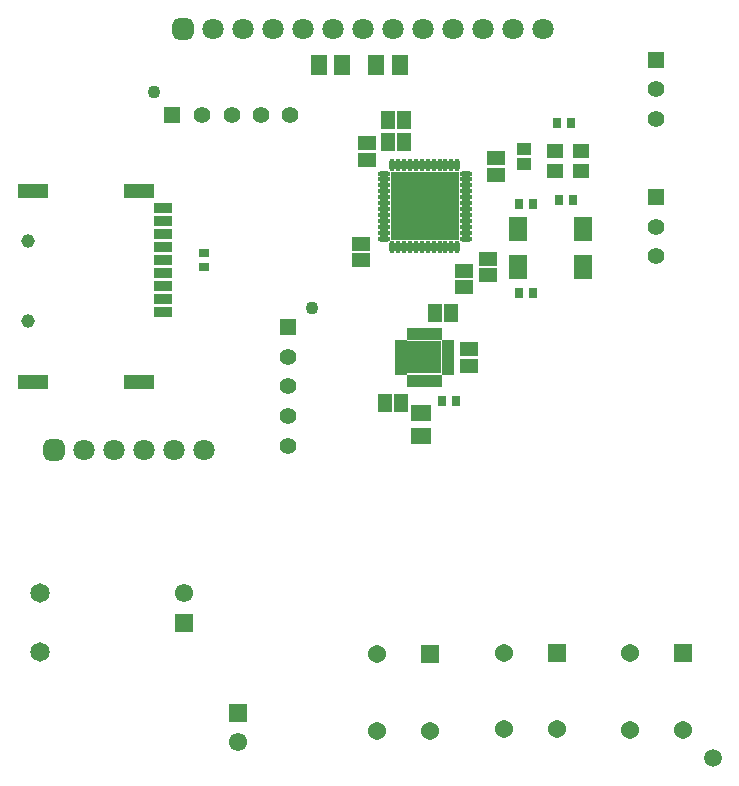
<source format=gts>
%FSLAX23Y23*%
%MOIN*%
%SFA1B1*%

%IPPOS*%
%AMD48*
4,1,8,0.015700,0.035500,-0.015700,0.035500,-0.035500,0.015700,-0.035500,-0.015700,-0.015700,-0.035500,0.015700,-0.035500,0.035500,-0.015700,0.035500,0.015700,0.015700,0.035500,0.0*
1,1,0.039500,0.015700,0.015700*
1,1,0.039500,-0.015700,0.015700*
1,1,0.039500,-0.015700,-0.015700*
1,1,0.039500,0.015700,-0.015700*
%
%ADD19R,0.029530X0.035430*%
%ADD20R,0.055120X0.047240*%
%ADD31R,0.035430X0.029530*%
%ADD33R,0.055240X0.065090*%
%ADD34R,0.051310X0.061150*%
%ADD35R,0.059180X0.082800*%
%ADD36R,0.061150X0.051310*%
%ADD37R,0.063120X0.032410*%
%ADD38R,0.102490X0.051310*%
%ADD39R,0.228470X0.228470*%
%ADD40O,0.017840X0.043430*%
%ADD41O,0.043430X0.017840*%
%ADD42R,0.045400X0.039500*%
%ADD43R,0.039500X0.021780*%
%ADD44R,0.021780X0.041470*%
%ADD45R,0.114300X0.110360*%
%ADD46R,0.065090X0.055240*%
%ADD47C,0.070990*%
G04~CAMADD=48~8~0.0~0.0~709.9~709.9~197.5~0.0~15~0.0~0.0~0.0~0.0~0~0.0~0.0~0.0~0.0~0~0.0~0.0~0.0~0.0~709.9~709.9*
%ADD48D48*%
%ADD49C,0.060630*%
%ADD50R,0.060630X0.060630*%
%ADD51R,0.055120X0.055120*%
%ADD52C,0.055120*%
%ADD53C,0.043310*%
%ADD54C,0.065090*%
%ADD55R,0.055120X0.055120*%
%ADD56R,0.061020X0.061020*%
%ADD57C,0.061020*%
%ADD58C,0.045400*%
%ADD59C,0.059060*%
%LNmtb_telemetry_system_pcb-1*%
%LPD*%
G54D19*
X5793Y3870D03*
X5746D03*
X5658Y3854D03*
X5611D03*
X5612Y3558D03*
X5659D03*
X5356Y3199D03*
X5403D03*
X5787Y4126D03*
X5740D03*
G54D20*
X5818Y4033D03*
Y3966D03*
X5731D03*
Y4033D03*
G54D31*
X4563Y3693D03*
Y3646D03*
G54D33*
X5023Y4317D03*
X4944D03*
X5215Y4319D03*
X5136D03*
G54D34*
X5174Y4134D03*
X5229D03*
X5164Y3193D03*
X5219D03*
X5174Y4062D03*
X5229D03*
X5386Y3491D03*
X5331D03*
G54D35*
X5826Y3646D03*
Y3772D03*
X5610Y3646D03*
Y3772D03*
G54D36*
X5428Y3578D03*
Y3633D03*
X5534Y4008D03*
Y3953D03*
X5446Y3371D03*
Y3316D03*
X5509Y3617D03*
Y3672D03*
X5105Y4058D03*
Y4003D03*
X5087Y3668D03*
Y3723D03*
G54D37*
X4425Y3496D03*
Y3540D03*
Y3583D03*
Y3626D03*
Y3670D03*
Y3713D03*
Y3756D03*
Y3800D03*
Y3843D03*
G54D38*
X3992Y3897D03*
X4347D03*
Y3261D03*
X3992D03*
G54D39*
X5298Y3848D03*
G54D40*
X5407Y3712D03*
X5387D03*
X5367D03*
X5348D03*
X5328D03*
X5308D03*
X5288D03*
X5269D03*
X5249D03*
X5229D03*
X5210D03*
X5190D03*
Y3984D03*
X5210D03*
X5229D03*
X5249D03*
X5269D03*
X5288D03*
X5308D03*
X5328D03*
X5348D03*
X5367D03*
X5387D03*
X5407D03*
G54D41*
X5163Y3740D03*
Y3759D03*
Y3779D03*
Y3799D03*
Y3818D03*
Y3838D03*
Y3858D03*
Y3878D03*
Y3897D03*
Y3917D03*
Y3937D03*
Y3956D03*
X5434D03*
Y3937D03*
Y3917D03*
Y3897D03*
Y3878D03*
Y3858D03*
Y3838D03*
Y3818D03*
Y3799D03*
Y3779D03*
Y3759D03*
Y3740D03*
G54D42*
X5629Y3988D03*
Y4039D03*
G54D43*
X5218Y3393D03*
Y3373D03*
Y3354D03*
Y3334D03*
Y3314D03*
Y3295D03*
X5376Y3393D03*
Y3373D03*
Y3354D03*
Y3334D03*
Y3314D03*
Y3295D03*
G54D44*
X5248Y3266D03*
X5268D03*
X5287D03*
X5307D03*
X5327D03*
X5346D03*
X5248Y3422D03*
X5268D03*
X5287D03*
X5307D03*
X5327D03*
X5346D03*
G54D45*
X5297Y3344D03*
G54D46*
X5286Y3081D03*
Y3160D03*
G54D47*
X5693Y4437D03*
X5593D03*
X5493D03*
X5393D03*
X5193D03*
X5093D03*
X4893D03*
X4693D03*
X4593D03*
X4793D03*
X4993D03*
X5293D03*
X4361Y3035D03*
X4161D03*
X4261D03*
X4461D03*
X4561D03*
G54D48*
X4493Y4437D03*
X4061Y3035D03*
G54D49*
X5139Y2100D03*
X5316D03*
X5139Y2356D03*
X5561Y2104D03*
X5738D03*
X5561Y2360D03*
X5982Y2102D03*
X6159D03*
X5982Y2358D03*
G54D50*
X5316Y2356D03*
X5738Y2360D03*
X6159Y2358D03*
G54D51*
X4457Y4151D03*
G54D52*
X4555Y4151D03*
X4654D03*
X4752D03*
X4850D03*
X4843Y3346D03*
Y3247D03*
Y3149D03*
Y3050D03*
X6070Y4238D03*
Y4140D03*
X6069Y3780D03*
Y3681D03*
G54D53*
X4394Y4229D03*
X4921Y3507D03*
G54D54*
X4015Y2362D03*
Y2559D03*
G54D55*
X4843Y3444D03*
X6070Y4336D03*
X6069Y3878D03*
G54D56*
X4497Y2460D03*
X4676Y2159D03*
G54D57*
X4497Y2559D03*
X4676Y2061D03*
G54D58*
X3976Y3732D03*
Y3464D03*
G54D59*
X6259Y2007D03*
M02*
</source>
